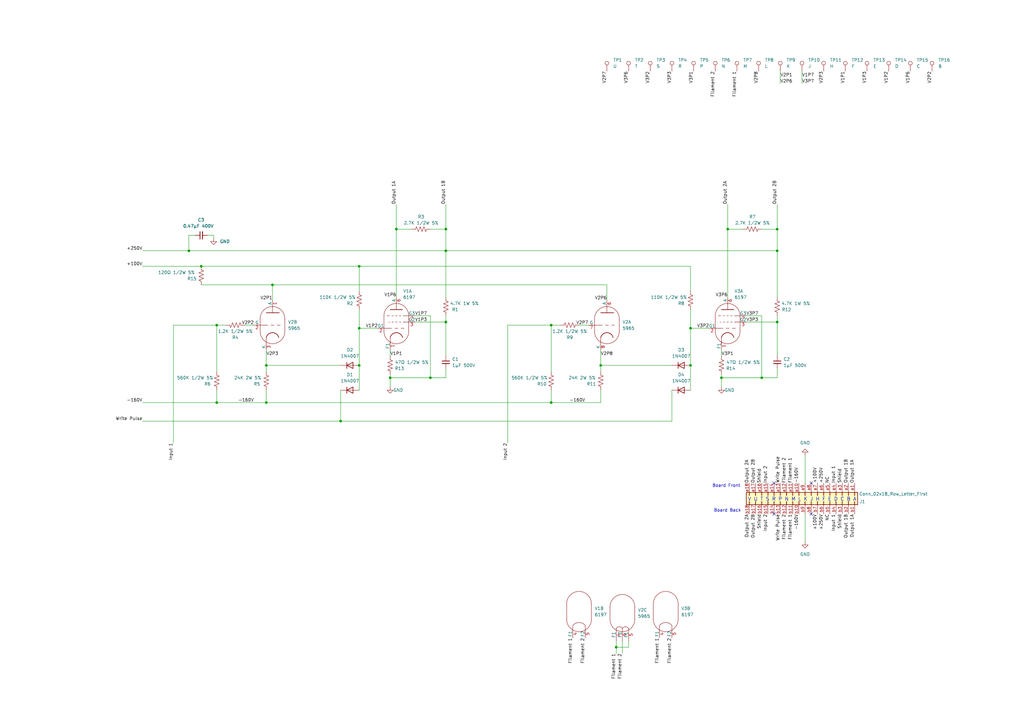
<source format=kicad_sch>
(kicad_sch (version 20211123) (generator eeschema)
  (paper "A3")
  (lib_symbols
    (symbol "Connector:TestPoint" (pin_numbers hide) (pin_names (offset 0.762) hide)
      (property "Reference" "TP" (at 0 6.858 0))
      (property "Value" "TestPoint" (at 0 5.08 0))
      (symbol "TestPoint_0_1"
        (circle (center 0 3.302) (radius 0.762))
      )
      (symbol "TestPoint_1_1"
        (pin passive line (at 0 0 90) (length 2.54) (name "1") (number "1"))
      )
    )
    (symbol "Connector_Generic:Conn_02x18_Row_Letter_First" (pin_names (offset 1.016) hide)
      (property "Reference" "J" (at 1.27 22.86 0))
      (property "Value" "Conn_02x18_Row_Letter_First" (at 1.27 -25.4 0))
      (symbol "Conn_02x18_Row_Letter_First_1_1"
        (rectangle (start -1.27 -22.733) (end 0 -22.987) (stroke (width 0.1524)))
        (rectangle (start -1.27 -20.193) (end 0 -20.447) (stroke (width 0.1524)))
        (rectangle (start -1.27 -17.653) (end 0 -17.907) (stroke (width 0.1524)))
        (rectangle (start -1.27 -15.113) (end 0 -15.367) (stroke (width 0.1524)))
        (rectangle (start -1.27 -12.573) (end 0 -12.827) (stroke (width 0.1524)))
        (rectangle (start -1.27 -10.033) (end 0 -10.287) (stroke (width 0.1524)))
        (rectangle (start -1.27 -7.493) (end 0 -7.747) (stroke (width 0.1524)))
        (rectangle (start -1.27 -4.953) (end 0 -5.207) (stroke (width 0.1524)))
        (rectangle (start -1.27 -2.413) (end 0 -2.667) (stroke (width 0.1524)))
        (rectangle (start -1.27 0.127) (end 0 -0.127) (stroke (width 0.1524)))
        (rectangle (start -1.27 2.667) (end 0 2.413) (stroke (width 0.1524)))
        (rectangle (start -1.27 5.207) (end 0 4.953) (stroke (width 0.1524)))
        (rectangle (start -1.27 7.747) (end 0 7.493) (stroke (width 0.1524)))
        (rectangle (start -1.27 10.287) (end 0 10.033) (stroke (width 0.1524)))
        (rectangle (start -1.27 12.827) (end 0 12.573) (stroke (width 0.1524)))
        (rectangle (start -1.27 15.367) (end 0 15.113) (stroke (width 0.1524)))
        (rectangle (start -1.27 17.907) (end 0 17.653) (stroke (width 0.1524)))
        (rectangle (start -1.27 20.447) (end 0 20.193) (stroke (width 0.1524)))
        (rectangle (start -1.27 21.59) (end 3.81 -24.13) (stroke (width 0.254)) (fill (type background)))
        (rectangle (start 3.81 -22.733) (end 2.54 -22.987) (stroke (width 0.1524)))
        (rectangle (start 3.81 -20.193) (end 2.54 -20.447) (stroke (width 0.1524)))
        (rectangle (start 3.81 -17.653) (end 2.54 -17.907) (stroke (width 0.1524)))
        (rectangle (start 3.81 -15.113) (end 2.54 -15.367) (stroke (width 0.1524)))
        (rectangle (start 3.81 -12.573) (end 2.54 -12.827) (stroke (width 0.1524)))
        (rectangle (start 3.81 -10.033) (end 2.54 -10.287) (stroke (width 0.1524)))
        (rectangle (start 3.81 -7.493) (end 2.54 -7.747) (stroke (width 0.1524)))
        (rectangle (start 3.81 -4.953) (end 2.54 -5.207) (stroke (width 0.1524)))
        (rectangle (start 3.81 -2.413) (end 2.54 -2.667) (stroke (width 0.1524)))
        (rectangle (start 3.81 0.127) (end 2.54 -0.127) (stroke (width 0.1524)))
        (rectangle (start 3.81 2.667) (end 2.54 2.413) (stroke (width 0.1524)))
        (rectangle (start 3.81 5.207) (end 2.54 4.953) (stroke (width 0.1524)))
        (rectangle (start 3.81 7.747) (end 2.54 7.493) (stroke (width 0.1524)))
        (rectangle (start 3.81 10.287) (end 2.54 10.033) (stroke (width 0.1524)))
        (rectangle (start 3.81 12.827) (end 2.54 12.573) (stroke (width 0.1524)))
        (rectangle (start 3.81 15.367) (end 2.54 15.113) (stroke (width 0.1524)))
        (rectangle (start 3.81 17.907) (end 2.54 17.653) (stroke (width 0.1524)))
        (rectangle (start 3.81 20.447) (end 2.54 20.193) (stroke (width 0.1524)))
        (pin passive line (at -5.08 20.32 0) (length 3.81) (name "Pin_a1") (number "a1"))
        (pin passive line (at -5.08 -2.54 0) (length 3.81) (name "Pin_a10") (number "a10"))
        (pin passive line (at -5.08 -5.08 0) (length 3.81) (name "Pin_a11") (number "a11"))
        (pin passive line (at -5.08 -7.62 0) (length 3.81) (name "Pin_a12") (number "a12"))
        (pin passive line (at -5.08 -10.16 0) (length 3.81) (name "Pin_a13") (number "a13"))
        (pin passive line (at -5.08 -12.7 0) (length 3.81) (name "Pin_a14") (number "a14"))
        (pin passive line (at -5.08 -15.24 0) (length 3.81) (name "Pin_a15") (number "a15"))
        (pin passive line (at -5.08 -17.78 0) (length 3.81) (name "Pin_a16") (number "a16"))
        (pin passive line (at -5.08 -20.32 0) (length 3.81) (name "Pin_a17") (number "a17"))
        (pin passive line (at -5.08 -22.86 0) (length 3.81) (name "Pin_a18") (number "a18"))
        (pin passive line (at -5.08 17.78 0) (length 3.81) (name "Pin_a2") (number "a2"))
        (pin passive line (at -5.08 15.24 0) (length 3.81) (name "Pin_a3") (number "a3"))
        (pin passive line (at -5.08 12.7 0) (length 3.81) (name "Pin_a4") (number "a4"))
        (pin passive line (at -5.08 10.16 0) (length 3.81) (name "Pin_a5") (number "a5"))
        (pin passive line (at -5.08 7.62 0) (length 3.81) (name "Pin_a6") (number "a6"))
        (pin passive line (at -5.08 5.08 0) (length 3.81) (name "Pin_a7") (number "a7"))
        (pin passive line (at -5.08 2.54 0) (length 3.81) (name "Pin_a8") (number "a8"))
        (pin passive line (at -5.08 0 0) (length 3.81) (name "Pin_a9") (number "a9"))
        (pin passive line (at 7.62 20.32 180) (length 3.81) (name "Pin_b1") (number "b1"))
        (pin passive line (at 7.62 -2.54 180) (length 3.81) (name "Pin_b10") (number "b10"))
        (pin passive line (at 7.62 -5.08 180) (length 3.81) (name "Pin_b11") (number "b11"))
        (pin passive line (at 7.62 -7.62 180) (length 3.81) (name "Pin_b12") (number "b12"))
        (pin passive line (at 7.62 -10.16 180) (length 3.81) (name "Pin_b13") (number "b13"))
        (pin passive line (at 7.62 -12.7 180) (length 3.81) (name "Pin_b14") (number "b14"))
        (pin passive line (at 7.62 -15.24 180) (length 3.81) (name "Pin_b15") (number "b15"))
        (pin passive line (at 7.62 -17.78 180) (length 3.81) (name "Pin_b16") (number "b16"))
        (pin passive line (at 7.62 -20.32 180) (length 3.81) (name "Pin_b17") (number "b17"))
        (pin passive line (at 7.62 -22.86 180) (length 3.81) (name "Pin_b18") (number "b18"))
        (pin passive line (at 7.62 17.78 180) (length 3.81) (name "Pin_b2") (number "b2"))
        (pin passive line (at 7.62 15.24 180) (length 3.81) (name "Pin_b3") (number "b3"))
        (pin passive line (at 7.62 12.7 180) (length 3.81) (name "Pin_b4") (number "b4"))
        (pin passive line (at 7.62 10.16 180) (length 3.81) (name "Pin_b5") (number "b5"))
        (pin passive line (at 7.62 7.62 180) (length 3.81) (name "Pin_b6") (number "b6"))
        (pin passive line (at 7.62 5.08 180) (length 3.81) (name "Pin_b7") (number "b7"))
        (pin passive line (at 7.62 2.54 180) (length 3.81) (name "Pin_b8") (number "b8"))
        (pin passive line (at 7.62 0 180) (length 3.81) (name "Pin_b9") (number "b9"))
      )
    )
    (symbol "Device:C_Small" (pin_numbers hide) (pin_names (offset 0.254) hide)
      (property "Reference" "C" (at 0.254 1.778 0))
      (property "Value" "C_Small" (at 0.254 -2.032 0))
      (symbol "C_Small_0_1"
        (polyline (pts (xy -1.524 -0.508) (xy 1.524 -0.508)) (stroke (width 0.3302)))
        (polyline (pts (xy -1.524 0.508) (xy 1.524 0.508)) (stroke (width 0.3048)))
      )
      (symbol "C_Small_1_1"
        (pin passive line (at 0 2.54 270) (length 2.032) (name "~") (number "1"))
        (pin passive line (at 0 -2.54 90) (length 2.032) (name "~") (number "2"))
      )
    )
    (symbol "Device:R_US" (pin_numbers hide) (pin_names (offset 0))
      (property "Reference" "R" (at 2.54 0 90))
      (property "Value" "R_US" (at -2.54 0 90))
      (symbol "R_US_0_1"
        (polyline (pts (xy 0 -2.286) (xy 0 -2.54)))
        (polyline (pts (xy 0 2.286) (xy 0 2.54)))
        (polyline (pts (xy 0 -0.762) (xy 1.016 -1.143) (xy 0 -1.524) (xy -1.016 -1.905) (xy 0 -2.286)))
        (polyline (pts (xy 0 0.762) (xy 1.016 0.381) (xy 0 0) (xy -1.016 -0.381) (xy 0 -0.762)))
        (polyline (pts (xy 0 2.286) (xy 1.016 1.905) (xy 0 1.524) (xy -1.016 1.143) (xy 0 0.762)))
      )
      (symbol "R_US_1_1"
        (pin passive line (at 0 3.81 270) (length 1.27) (name "~") (number "1"))
        (pin passive line (at 0 -3.81 90) (length 1.27) (name "~") (number "2"))
      )
    )
    (symbol "Diode:1N4007" (pin_numbers hide) (pin_names (offset 1.016) hide)
      (property "Reference" "D" (at 0 2.54 0))
      (property "Value" "1N4007" (at 0 -2.54 0))
      (symbol "1N4007_0_1"
        (polyline (pts (xy -1.27 1.27) (xy -1.27 -1.27)) (stroke (width 0.254)))
        (polyline (pts (xy 1.27 0) (xy -1.27 0)))
        (polyline (pts (xy 1.27 1.27) (xy 1.27 -1.27) (xy -1.27 0) (xy 1.27 1.27)) (stroke (width 0.254)))
      )
      (symbol "1N4007_1_1"
        (pin passive line (at -3.81 0 0) (length 2.54) (name "K") (number "1"))
        (pin passive line (at 3.81 0 180) (length 2.54) (name "A") (number "2"))
      )
    )
    (symbol "EF85_1" (pin_names (offset 0))
      (property "Reference" "U?" (at 2.7687 13.97 0))
      (property "Value" "EF85" (at 2.7687 11.43 0))
      (symbol "EF85_1_0_1"
        (arc (start -5.08 -2.54) (mid 0 -7.62) (end 5.08 -2.54))
        (polyline (pts (xy -5.08 3.81) (xy -5.08 -2.54) (xy -5.08 -2.54)))
        (polyline (pts (xy 5.08 -2.54) (xy 5.08 3.81) (xy 5.08 3.81)))
        (arc (start 5.08 3.81) (mid 0 8.89) (end -5.08 3.81))
      )
      (symbol "EF85_1_1_0"
        (polyline (pts (xy -5.08 -1.27) (xy -3.175 -1.27)))
        (polyline (pts (xy -2.54 -5.08) (xy -2.54 -7.62)))
        (polyline (pts (xy -0.635 -1.27) (xy 0.635 -1.27)) (stroke (width 0.1524)))
        (polyline (pts (xy 0 6.35) (xy 0 8.89)))
        (polyline (pts (xy 1.905 -1.27) (xy 3.175 -1.27)) (stroke (width 0.1524)))
        (polyline (pts (xy 3.175 1.27) (xy 5.08 1.27)))
        (polyline (pts (xy 3.8862 3.81) (xy 5.08 3.81)))
      )
      (symbol "EF85_1_1_1"
        (polyline (pts (xy -3.81 3.81) (xy -2.794 3.81)) (stroke (width 0.1524)))
        (polyline (pts (xy -3.175 1.27) (xy -2.794 1.27)) (stroke (width 0.1524)))
        (polyline (pts (xy -1.905 -1.27) (xy -3.175 -1.27)) (stroke (width 0.1524)))
        (polyline (pts (xy -1.8542 1.27) (xy -1.2192 1.27)) (stroke (width 0.1524)))
        (polyline (pts (xy -1.8542 3.81) (xy -1.2192 3.81)) (stroke (width 0.1524)))
        (polyline (pts (xy -0.3302 1.27) (xy 0.3302 1.27)) (stroke (width 0.1524)))
        (polyline (pts (xy -0.3302 3.81) (xy 0.3302 3.81)) (stroke (width 0.1524)))
        (polyline (pts (xy 1.2192 1.27) (xy 1.8542 1.27)) (stroke (width 0.1524)))
        (polyline (pts (xy 1.2192 3.81) (xy 1.8542 3.81)) (stroke (width 0.1524)))
        (polyline (pts (xy 2.794 1.27) (xy 3.175 1.27)) (stroke (width 0.1524)))
        (polyline (pts (xy 3.81 3.81) (xy 2.794 3.81)) (stroke (width 0.1524)))
        (polyline (pts (xy -2.54 6.35) (xy 2.54 6.35) (xy 2.54 6.35)) (stroke (width 0.254)))
        (arc (start 2.54 -5.08) (mid 0 -3.0968) (end -2.54 -5.08) (stroke (width 0.254)))
        (pin power_in line (at -2.54 -10.16 90) (length 3.302) (name "F1") (number "1"))
        (pin input line (at -7.62 -1.27 0) (length 2.54) (name "G1") (number "2"))
        (pin input line (at 7.62 1.27 180) (length 2.54) (name "G2") (number "3"))
        (pin output line (at 0 11.43 270) (length 2.54) (name "A") (number "6"))
        (pin input line (at 7.62 3.81 180) (length 2.54) (name "G3") (number "7"))
      )
      (symbol "EF85_1_2_1"
        (polyline (pts (xy -2.54 -6.858) (xy -2.54 -5.08) (xy -2.54 -5.08)))
        (polyline (pts (xy 2.54 -6.858) (xy 2.54 -5.08) (xy 2.54 -5.08)))
        (arc (start 2.54 -5.08) (mid 0 -3.8592) (end -2.54 -5.08))
        (pin power_in line (at -2.54 -10.16 90) (length 3.302) (name "F1") (number "4"))
        (pin power_in line (at 2.54 -10.16 90) (length 3.302) (name "F2") (number "5"))
      )
    )
    (symbol "Valve:ECC81" (pin_names (offset 0))
      (property "Reference" "U" (at 3.302 7.874 0))
      (property "Value" "ECC81" (at 8.89 -7.62 0))
      (symbol "ECC81_0_1"
        (arc (start -5.08 -2.54) (mid 0 -7.62) (end 5.08 -2.54))
        (polyline (pts (xy 5.08 2.54) (xy 5.08 -2.54)))
        (polyline (pts (xy -5.08 2.54) (xy -5.08 -2.54) (xy -5.08 -2.54)))
        (arc (start 5.08 2.54) (mid 0 7.62) (end -5.08 2.54))
      )
      (symbol "ECC81_1_0"
        (polyline (pts (xy -2.54 -5.08) (xy -2.54 -7.62)))
        (polyline (pts (xy 0 5.08) (xy 0 7.62)))
      )
      (symbol "ECC81_1_1"
        (polyline (pts (xy -5.08 0) (xy -3.175 0)))
        (polyline (pts (xy -1.905 0) (xy -3.175 0)) (stroke (width 0.1524)))
        (polyline (pts (xy -0.635 0) (xy 0.635 0)) (stroke (width 0.1524)))
        (polyline (pts (xy 1.905 0) (xy 3.175 0)) (stroke (width 0.1524)))
        (polyline (pts (xy -2.54 5.08) (xy 2.794 5.08) (xy 2.794 5.08)) (stroke (width 0.254)))
        (arc (start 2.54 -5.08) (mid 0 -3.0968) (end -2.54 -5.08) (stroke (width 0.254)))
        (pin output line (at 0 10.16 270) (length 2.54) (name "A") (number "6"))
        (pin input line (at -7.62 0 0) (length 2.54) (name "G") (number "7"))
        (pin bidirectional line (at -2.54 -10.16 90) (length 2.54) (name "K") (number "8"))
      )
      (symbol "ECC81_2_0"
        (polyline (pts (xy -2.54 -5.08) (xy -2.54 -7.62)))
        (polyline (pts (xy 0 5.08) (xy 0 7.62)))
      )
      (symbol "ECC81_2_1"
        (polyline (pts (xy -5.08 0) (xy -3.175 0)))
        (polyline (pts (xy -1.905 0) (xy -3.175 0)) (stroke (width 0.1524)))
        (polyline (pts (xy -0.635 0) (xy 0.635 0)) (stroke (width 0.1524)))
        (polyline (pts (xy 1.905 0) (xy 3.175 0)) (stroke (width 0.1524)))
        (polyline (pts (xy -2.54 5.08) (xy 2.794 5.08) (xy 2.794 5.08)) (stroke (width 0.254)))
        (arc (start 2.54 -5.08) (mid 0 -3.0968) (end -2.54 -5.08) (stroke (width 0.254)))
        (pin output line (at 0 10.16 270) (length 2.54) (name "A") (number "1"))
        (pin input line (at -7.62 0 0) (length 2.54) (name "G") (number "2"))
        (pin bidirectional line (at -2.54 -10.16 90) (length 2.54) (name "K") (number "3"))
      )
      (symbol "ECC81_3_1"
        (arc (start 0 -6.35) (mid -1.27 -5.5651) (end -2.54 -6.35))
        (arc (start 2.54 -6.35) (mid 1.27 -5.5651) (end 0 -6.35))
        (pin power_in line (at -2.54 -11.43 90) (length 5.08) (name "F1") (number "4"))
        (pin power_in line (at 2.54 -11.43 90) (length 5.08) (name "F1") (number "5"))
        (pin power_in line (at 0 -11.43 90) (length 5.08) (name "F2") (number "9"))
      )
    )
    (symbol "Valve:EF85" (pin_names (offset 0))
      (property "Reference" "U" (at 3.556 8.89 0))
      (property "Value" "EF85" (at 5.08 -8.89 0))
      (symbol "EF85_0_1"
        (arc (start -5.08 -2.54) (mid 0 -7.62) (end 5.08 -2.54))
        (polyline (pts (xy -5.08 3.81) (xy -5.08 -2.54) (xy -5.08 -2.54)))
        (polyline (pts (xy 5.08 -2.54) (xy 5.08 3.81) (xy 5.08 3.81)))
        (arc (start 5.08 3.81) (mid 0 8.89) (end -5.08 3.81))
      )
      (symbol "EF85_1_0"
        (polyline (pts (xy -5.08 -1.27) (xy -3.175 -1.27)))
        (polyline (pts (xy -2.54 -5.08) (xy -2.54 -7.62)))
        (polyline (pts (xy -0.635 -1.27) (xy 0.635 -1.27)) (stroke (width 0.1524)))
        (polyline (pts (xy 0 6.35) (xy 0 8.89)))
        (polyline (pts (xy 1.905 -1.27) (xy 3.175 -1.27)) (stroke (width 0.1524)))
        (polyline (pts (xy 3.175 1.27) (xy 5.08 1.27)))
        (polyline (pts (xy 3.8862 3.81) (xy 5.08 3.81)))
        (polyline (pts (xy 4.318 -3.7846) (xy 4.3434 -3.81)))
        (polyline (pts (xy 4.9276 -3.81) (xy 4.3434 -3.81)))
      )
      (symbol "EF85_1_1"
        (polyline (pts (xy -4.445 2.54) (xy -3.175 1.27)) (stroke (width 0.1524)))
        (polyline (pts (xy -3.81 3.81) (xy -2.794 3.81)) (stroke (width 0.1524)))
        (polyline (pts (xy -3.81 5.08) (xy -3.81 3.81)) (stroke (width 0.1524)))
        (polyline (pts (xy -3.175 1.27) (xy -2.794 1.27)) (stroke (width 0.1524)))
        (polyline (pts (xy -1.905 -1.27) (xy -3.175 -1.27)) (stroke (width 0.1524)))
        (polyline (pts (xy -1.8542 1.27) (xy -1.2192 1.27)) (stroke (width 0.1524)))
        (polyline (pts (xy -1.8542 3.81) (xy -1.2192 3.81)) (stroke (width 0.1524)))
        (polyline (pts (xy -0.3302 1.27) (xy 0.3302 1.27)) (stroke (width 0.1524)))
        (polyline (pts (xy -0.3302 3.81) (xy 0.3302 3.81)) (stroke (width 0.1524)))
        (polyline (pts (xy 1.2192 1.27) (xy 1.8542 1.27)) (stroke (width 0.1524)))
        (polyline (pts (xy 1.2192 3.81) (xy 1.8542 3.81)) (stroke (width 0.1524)))
        (polyline (pts (xy 2.794 1.27) (xy 3.175 1.27)) (stroke (width 0.1524)))
        (polyline (pts (xy 3.81 3.81) (xy 2.794 3.81)) (stroke (width 0.1524)))
        (polyline (pts (xy 3.81 5.08) (xy 3.81 3.81)) (stroke (width 0.1524)))
        (polyline (pts (xy 4.445 2.54) (xy 3.175 1.27)) (stroke (width 0.1524)))
        (polyline (pts (xy -2.54 6.35) (xy 2.54 6.35) (xy 2.54 6.35)) (stroke (width 0.254)))
        (arc (start 2.54 -5.08) (mid 0 -3.0968) (end -2.54 -5.08) (stroke (width 0.254)))
        (arc (start 3.4544 -5.334) (mid 4.1685 -4.1668) (end 4.5212 -2.8448) (stroke (width 0.254)))
        (pin input line (at -7.62 -1.27 0) (length 2.54) (name "G1") (number "2"))
        (pin power_in line (at -2.54 -10.16 90) (length 3.302) (name "F1") (number "3"))
        (pin input line (at 7.62 -3.81 180) (length 2.54) (name "S") (number "6"))
        (pin output line (at 0 11.43 270) (length 2.54) (name "A") (number "7"))
        (pin input line (at 7.62 1.27 180) (length 2.54) (name "G2") (number "8"))
        (pin input line (at 7.62 3.81 180) (length 2.54) (name "G3") (number "9"))
      )
      (symbol "EF85_2_1"
        (polyline (pts (xy -2.54 -6.858) (xy -2.54 -5.08) (xy -2.54 -5.08)))
        (polyline (pts (xy 2.54 -6.858) (xy 2.54 -5.08) (xy 2.54 -5.08)))
        (arc (start 2.54 -5.08) (mid 0 -3.8592) (end -2.54 -5.08))
        (pin power_in line (at -2.54 -10.16 90) (length 3.302) (name "F1") (number "4"))
        (pin power_in line (at 2.54 -10.16 90) (length 3.302) (name "F2") (number "5"))
      )
    )
    (symbol "power:GND" (power) (pin_names (offset 0))
      (property "Value" "GND" (at 0 -3.81 0))
      (symbol "GND_0_1"
        (polyline (pts (xy 0 0) (xy 0 -1.27) (xy 1.27 -1.27) (xy 0 -2.54) (xy -1.27 -1.27) (xy 0 -1.27)))
      )
      (symbol "GND_1_1"
        (pin power_in line (at 0 0 270) (length 0) hide (name "GND") (number "1"))
      )
    )
  )
  (junction (at 182.88 102.87))
  (junction (at 77.47 102.87))
  (junction (at 109.22 165.1))
  (junction (at 283.21 134.62))
  (junction (at 226.06 133.35))
  (junction (at 298.45 93.98))
  (junction (at 139.7 172.72))
  (junction (at 226.06 165.1))
  (junction (at 182.88 93.98))
  (junction (at 246.38 149.86))
  (junction (at 318.77 102.87))
  (junction (at 182.88 132.08))
  (junction (at 176.53 154.94))
  (junction (at 88.9 165.1))
  (junction (at 111.76 116.84))
  (junction (at 318.77 132.08))
  (junction (at 295.91 154.94))
  (junction (at 147.32 109.22))
  (junction (at 82.55 109.22))
  (junction (at 160.02 154.94))
  (junction (at 88.9 133.35))
  (junction (at 312.42 154.94))
  (junction (at 147.32 149.86))
  (junction (at 252.73 265.43))
  (junction (at 109.22 149.86))
  (junction (at 283.21 149.86))
  (junction (at 162.56 93.98))
  (junction (at 318.77 93.98))
  (junction (at 147.32 134.62))
  (no_connect (at 332.74 210.82))
  (no_connect (at 332.74 198.12))
  (no_connect (at 317.5 210.82))
  (no_connect (at 317.5 198.12))
  (wire (pts (xy 147.32 109.22) (xy 82.55 109.22)))
  (wire (pts (xy 318.77 83.82) (xy 318.77 93.98)))
  (wire (pts (xy 58.42 172.72) (xy 139.7 172.72)))
  (wire (pts (xy 109.22 165.1) (xy 109.22 160.02)))
  (wire (pts (xy 88.9 133.35) (xy 92.71 133.35)))
  (wire (pts (xy 257.81 265.43) (xy 257.81 262.89)))
  (wire (pts (xy 162.56 83.82) (xy 162.56 93.98)))
  (wire (pts (xy 252.73 265.43) (xy 257.81 265.43)))
  (wire (pts (xy 88.9 133.35) (xy 71.12 133.35)))
  (wire (pts (xy 295.91 143.51) (xy 295.91 146.05)))
  (wire (pts (xy 154.94 134.62) (xy 147.32 134.62)))
  (wire (pts (xy 295.91 153.67) (xy 295.91 154.94)))
  (wire (pts (xy 77.47 102.87) (xy 182.88 102.87)))
  (wire (pts (xy 226.06 160.02) (xy 226.06 165.1)))
  (wire (pts (xy 255.27 262.89) (xy 255.27 267.97)))
  (wire (pts (xy 109.22 143.51) (xy 109.22 149.86)))
  (wire (pts (xy 85.09 96.52) (xy 87.63 96.52)))
  (wire (pts (xy 162.56 93.98) (xy 162.56 121.92)))
  (wire (pts (xy 295.91 154.94) (xy 312.42 154.94)))
  (wire (pts (xy 139.7 149.86) (xy 109.22 149.86)))
  (wire (pts (xy 208.28 133.35) (xy 226.06 133.35)))
  (wire (pts (xy 182.88 154.94) (xy 176.53 154.94)))
  (wire (pts (xy 312.42 154.94) (xy 318.77 154.94)))
  (wire (pts (xy 82.55 116.84) (xy 111.76 116.84)))
  (wire (pts (xy 109.22 165.1) (xy 226.06 165.1)))
  (wire (pts (xy 320.04 29.21) (xy 320.04 34.29)))
  (wire (pts (xy 139.7 160.02) (xy 139.7 172.72)))
  (wire (pts (xy 290.83 134.62) (xy 283.21 134.62)))
  (wire (pts (xy 111.76 116.84) (xy 248.92 116.84)))
  (wire (pts (xy 147.32 134.62) (xy 147.32 149.86)))
  (wire (pts (xy 318.77 102.87) (xy 318.77 121.92)))
  (wire (pts (xy 162.56 93.98) (xy 168.91 93.98)))
  (wire (pts (xy 176.53 154.94) (xy 176.53 129.54)))
  (wire (pts (xy 77.47 96.52) (xy 80.01 96.52)))
  (wire (pts (xy 295.91 154.94) (xy 295.91 158.75)))
  (wire (pts (xy 330.2 222.25) (xy 330.2 210.82)))
  (wire (pts (xy 252.73 265.43) (xy 252.73 267.97)))
  (wire (pts (xy 58.42 165.1) (xy 88.9 165.1)))
  (wire (pts (xy 246.38 149.86) (xy 246.38 152.4)))
  (wire (pts (xy 88.9 160.02) (xy 88.9 165.1)))
  (wire (pts (xy 147.32 127) (xy 147.32 134.62)))
  (wire (pts (xy 160.02 153.67) (xy 160.02 154.94)))
  (wire (pts (xy 182.88 83.82) (xy 182.88 93.98)))
  (wire (pts (xy 283.21 149.86) (xy 283.21 160.02)))
  (wire (pts (xy 71.12 133.35) (xy 71.12 181.61)))
  (wire (pts (xy 58.42 102.87) (xy 77.47 102.87)))
  (wire (pts (xy 283.21 109.22) (xy 283.21 119.38)))
  (wire (pts (xy 111.76 116.84) (xy 111.76 123.19)))
  (wire (pts (xy 275.59 149.86) (xy 246.38 149.86)))
  (wire (pts (xy 312.42 154.94) (xy 312.42 129.54)))
  (wire (pts (xy 182.88 132.08) (xy 182.88 146.05)))
  (wire (pts (xy 252.73 262.89) (xy 252.73 265.43)))
  (wire (pts (xy 160.02 154.94) (xy 160.02 158.75)))
  (wire (pts (xy 176.53 93.98) (xy 182.88 93.98)))
  (wire (pts (xy 182.88 129.54) (xy 182.88 132.08)))
  (wire (pts (xy 182.88 151.13) (xy 182.88 154.94)))
  (wire (pts (xy 58.42 109.22) (xy 82.55 109.22)))
  (wire (pts (xy 312.42 129.54) (xy 306.07 129.54)))
  (wire (pts (xy 275.59 160.02) (xy 275.59 172.72)))
  (wire (pts (xy 182.88 93.98) (xy 182.88 102.87)))
  (wire (pts (xy 109.22 149.86) (xy 109.22 152.4)))
  (wire (pts (xy 318.77 132.08) (xy 318.77 146.05)))
  (wire (pts (xy 306.07 132.08) (xy 318.77 132.08)))
  (wire (pts (xy 170.18 132.08) (xy 182.88 132.08)))
  (wire (pts (xy 147.32 149.86) (xy 147.32 160.02)))
  (wire (pts (xy 298.45 93.98) (xy 304.8 93.98)))
  (wire (pts (xy 88.9 165.1) (xy 109.22 165.1)))
  (wire (pts (xy 182.88 102.87) (xy 318.77 102.87)))
  (wire (pts (xy 160.02 143.51) (xy 160.02 146.05)))
  (wire (pts (xy 182.88 102.87) (xy 182.88 121.92)))
  (wire (pts (xy 318.77 132.08) (xy 318.77 129.54)))
  (wire (pts (xy 298.45 83.82) (xy 298.45 93.98)))
  (wire (pts (xy 248.92 116.84) (xy 248.92 123.19)))
  (wire (pts (xy 139.7 172.72) (xy 275.59 172.72)))
  (wire (pts (xy 283.21 134.62) (xy 283.21 149.86)))
  (wire (pts (xy 246.38 143.51) (xy 246.38 149.86)))
  (wire (pts (xy 328.93 29.21) (xy 328.93 34.29)))
  (wire (pts (xy 176.53 129.54) (xy 170.18 129.54)))
  (wire (pts (xy 88.9 152.4) (xy 88.9 133.35)))
  (wire (pts (xy 226.06 152.4) (xy 226.06 133.35)))
  (wire (pts (xy 246.38 165.1) (xy 246.38 160.02)))
  (wire (pts (xy 330.2 186.69) (xy 330.2 198.12)))
  (wire (pts (xy 237.49 133.35) (xy 241.3 133.35)))
  (wire (pts (xy 160.02 154.94) (xy 176.53 154.94)))
  (wire (pts (xy 147.32 119.38) (xy 147.32 109.22)))
  (wire (pts (xy 318.77 93.98) (xy 318.77 102.87)))
  (wire (pts (xy 312.42 93.98) (xy 318.77 93.98)))
  (wire (pts (xy 208.28 181.61) (xy 208.28 133.35)))
  (wire (pts (xy 87.63 96.52) (xy 87.63 97.79)))
  (wire (pts (xy 104.14 133.35) (xy 100.33 133.35)))
  (wire (pts (xy 283.21 127) (xy 283.21 134.62)))
  (wire (pts (xy 318.77 154.94) (xy 318.77 151.13)))
  (wire (pts (xy 77.47 102.87) (xy 77.47 96.52)))
  (wire (pts (xy 226.06 133.35) (xy 229.87 133.35)))
  (wire (pts (xy 226.06 165.1) (xy 246.38 165.1)))
  (wire (pts (xy 298.45 93.98) (xy 298.45 121.92)))
  (wire (pts (xy 147.32 109.22) (xy 283.21 109.22)))
  (text "Board Back" (at 292.735 210.185 0) (effects (font (size 1.27 1.27)) (justify left bottom)))
  (text "Board Front" (at 292.1 200.025 0) (effects (font (size 1.27 1.27)) (justify left bottom)))
  (text "V U T S R P N M L K J H F E D C B A" (at 306.705 205.74 0) (effects (font (size 1.48 1.48)) (justify left bottom)))
  (label "Shield" (at 312.42 198.12 90))
  (label "Filament 1" (at 302.26 29.21 270))
  (label "V2P7" (at 241.3 133.35 180))
  (label "V1P2" (at 364.49 29.21 270))
  (label "-160V" (at 58.42 165.1 180))
  (label "V1P6" (at 162.56 121.92 180))
  (label "V1P7" (at 170.18 129.54 0))
  (label "V3P6" (at 298.45 121.92 180))
  (label "-160V" (at 327.66 210.82 270))
  (label "Filament 2" (at 255.27 267.97 270))
  (label "Shield" (at 312.42 210.82 270))
  (label "+250V" (at 337.82 198.12 90))
  (label "V3P7" (at 306.07 129.54 0))
  (label "Shield" (at 345.44 198.12 90))
  (label "V3P7" (at 328.93 34.29 0))
  (label "Output 1A" (at 350.52 198.12 90))
  (label "Filament 1" (at 234.95 261.62 270))
  (label "Output 2A" (at 307.34 198.12 90))
  (label "V1P1" (at 346.71 29.21 270))
  (label "+250V" (at 337.82 210.82 270))
  (label "V2P6" (at 248.92 123.19 180))
  (label "Output 2A" (at 298.45 83.82 90))
  (label "Output 2B" (at 318.77 83.82 90))
  (label "V1P3" (at 355.6 29.21 270))
  (label "Filament 1" (at 252.73 267.97 270))
  (label "Filament 2" (at 240.03 261.62 270))
  (label "V2P8" (at 246.38 146.05 0))
  (label "V2P3" (at 109.22 146.05 0))
  (label "V2P2" (at 382.27 29.21 270))
  (label "V3P3" (at 275.59 29.21 270))
  (label "V1P6" (at 373.38 29.21 270))
  (label "Filament 2" (at 322.58 210.82 270))
  (label "-160V" (at 240.03 165.1 180))
  (label "V2P1" (at 111.76 123.19 180))
  (label "Write Pulse" (at 320.04 210.82 270))
  (label "-160V" (at 104.14 165.1 180))
  (label "V1P3" (at 170.18 132.08 0))
  (label "Filament 1" (at 325.12 198.12 90))
  (label "Input 2" (at 314.96 210.82 270))
  (label "Output 2B" (at 309.88 210.82 270))
  (label "+100V" (at 58.42 109.22 180))
  (label "Filament 1" (at 325.12 210.82 270))
  (label "V3P1" (at 295.91 146.05 0))
  (label "Output 2A" (at 307.34 210.82 270))
  (label "Input 2" (at 208.28 181.61 270))
  (label "V1P1" (at 160.02 146.05 0))
  (label "V2P1" (at 320.04 31.75 0))
  (label "NC" (at 340.36 210.82 270))
  (label "V2P6" (at 320.04 34.29 0))
  (label "Filament 1" (at 270.51 261.62 270))
  (label "-160V" (at 327.66 198.12 90))
  (label "V2P8" (at 311.15 29.21 270))
  (label "V3P3" (at 306.07 132.08 0))
  (label "Input 1" (at 71.12 181.61 270))
  (label "Filament 2" (at 293.37 29.21 270))
  (label "+100V" (at 335.28 210.82 270))
  (label "Filament 2" (at 322.58 198.12 90))
  (label "Output 1A" (at 350.52 210.82 270))
  (label "Output 2B" (at 309.88 198.12 90))
  (label "V2P2" (at 104.14 133.35 180))
  (label "V3P2" (at 266.7 29.21 270))
  (label "Shield" (at 345.44 210.82 270))
  (label "Input 1" (at 342.9 198.12 90))
  (label "Input 1" (at 342.9 210.82 270))
  (label "Output 1B" (at 182.88 83.82 90))
  (label "Write Pulse" (at 320.04 198.12 90))
  (label "Input 2" (at 314.96 198.12 90))
  (label "Output 1B" (at 347.98 198.12 90))
  (label "V2P3" (at 337.82 29.21 270))
  (label "+250V" (at 58.42 102.87 180))
  (label "Write Pulse" (at 58.42 172.72 180))
  (label "V1P2" (at 154.94 134.62 180))
  (label "V3P1" (at 284.48 29.21 270))
  (label "NC" (at 340.36 198.12 90))
  (label "Filament 2" (at 275.59 261.62 270))
  (label "V3P6" (at 257.81 29.21 270))
  (label "Output 1A" (at 162.56 83.82 90))
  (label "V3P2" (at 290.83 134.62 180))
  (label "+100V" (at 335.28 198.12 90))
  (label "V1P7" (at 328.93 31.75 0))
  (label "Output 1B" (at 347.98 210.82 270))
  (label "V2P7" (at 248.92 29.21 270))
  (symbol (lib_id "Connector:TestPoint") (at 328.93 29.21 0) (mirror y) (unit 1)
    (property "Reference" "TP10" (at 331.47 24.6379 0) (effects (justify right)))
    (property "Value" "J" (at 331.47 27.1779 0) (effects (justify right)))
    (property "Footprint" "TestPoint:TestPoint_Plated_Hole_D2.0mm" (effects hide))
  )
  (symbol (lib_id "Connector:TestPoint") (at 382.27 29.21 0) (mirror y) (unit 1)
    (property "Reference" "TP16" (at 384.81 24.6379 0) (effects (justify right)))
    (property "Value" "B" (at 384.81 27.1779 0) (effects (justify right)))
    (property "Footprint" "TestPoint:TestPoint_Plated_Hole_D2.0mm" (effects hide))
  )
  (symbol (lib_id "Connector:TestPoint") (at 355.6 29.21 0) (mirror y) (unit 1)
    (property "Reference" "TP13" (at 358.14 24.6379 0) (effects (justify right)))
    (property "Value" "E" (at 358.14 27.1779 0) (effects (justify right)))
    (property "Footprint" "TestPoint:TestPoint_Plated_Hole_D2.0mm" (effects hide))
  )
  (symbol (lib_id "power:GND") (at 160.02 158.75 0) (unit 1)
    (property "Reference" "#PWR0103" (effects hide))
    (property "Value" "GND" (at 161.29 160.02 0) (effects (justify left)))
  )
  (symbol (lib_name "EF85_1") (lib_id "Valve:EF85") (at 298.45 133.35 0) (unit 1)
    (property "Reference" "V3" (at 301.2187 119.38 0) (effects (justify left)))
    (property "Value" "6197" (at 301.2187 121.92 0) (effects (justify left)))
    (property "Datasheet" "http://www.r-type.org/pdfs/ef80.pdf" (effects hide))
  )
  (symbol (lib_id "Diode:1N4007") (at 143.51 149.86 0) (unit 1)
    (property "Reference" "D2" (at 143.51 143.51 0))
    (property "Value" "1N4007" (at 143.51 146.05 0))
    (property "Footprint" "Diode_THT:D_DO-35_SOD27_P12.70mm_Horizontal" (effects hide))
    (property "Datasheet" "http://www.vishay.com/docs/88503/1n4001.pdf" (effects hide))
  )
  (symbol (lib_id "Connector:TestPoint") (at 346.71 29.21 0) (mirror y) (unit 1)
    (property "Reference" "TP12" (at 349.25 24.6379 0) (effects (justify right)))
    (property "Value" "F" (at 349.25 27.1779 0) (effects (justify right)))
    (property "Footprint" "TestPoint:TestPoint_Plated_Hole_D2.0mm" (effects hide))
  )
  (symbol (lib_id "Connector_Generic:Conn_02x18_Row_Letter_First") (at 330.2 203.2 270) (unit 1)
    (property "Reference" "J1" (at 353.695 205.74 90))
    (property "Value" "Conn_02x18_Row_Letter_First" (at 366.395 202.565 90))
    (property "Footprint" "Bendix_G15:Card_Edge_E_Key" (effects hide))
  )
  (symbol (lib_id "Connector:TestPoint") (at 266.7 29.21 0) (mirror y) (unit 1)
    (property "Reference" "TP3" (at 269.24 24.6379 0) (effects (justify right)))
    (property "Value" "S" (at 269.24 27.1779 0) (effects (justify right)))
    (property "Footprint" "TestPoint:TestPoint_Plated_Hole_D2.0mm" (effects hide))
  )
  (symbol (lib_id "Device:C_Small") (at 182.88 148.59 0) (unit 1)
    (property "Reference" "C1" (at 185.42 147.32 0) (effects (justify left)))
    (property "Value" "1µF 500V" (at 185.42 149.86 0) (effects (justify left)))
    (property "Footprint" "Capacitor_THT:C_Axial_L12.0mm_D6.5mm_P20.00mm_Horizontal" (effects hide))
  )
  (symbol (lib_id "Device:R_US") (at 82.55 113.03 180) (unit 1)
    (property "Reference" "R15" (at 78.74 114.3 0))
    (property "Value" "120Ω 1/2W 5%" (at 72.39 111.76 0))
    (property "Footprint" "Resistor_THT:R_Axial_DIN0411_L9.9mm_D3.6mm_P15.24mm_Horizontal" (effects hide))
  )
  (symbol (lib_id "Device:C_Small") (at 82.55 96.52 90) (unit 1)
    (property "Reference" "C3" (at 83.82 90.17 90) (effects (justify left)))
    (property "Value" "0.47µF 400V" (at 87.63 92.71 90) (effects (justify left)))
    (property "Footprint" "Capacitor_THT:C_Axial_L22.0mm_D10.5mm_P27.50mm_Horizontal" (effects hide))
  )
  (symbol (lib_id "power:GND") (at 330.2 186.69 180) (unit 1)
    (property "Reference" "#PWR0101" (effects hide))
    (property "Value" "GND" (at 330.2 181.61 0))
  )
  (symbol (lib_id "Device:R_US") (at 233.68 133.35 270) (unit 1)
    (property "Reference" "R9" (at 233.68 138.43 90))
    (property "Value" "1.2K 1/2W 5%" (at 233.68 135.89 90))
    (property "Footprint" "Resistor_THT:R_Axial_DIN0411_L9.9mm_D3.6mm_P15.24mm_Horizontal" (effects hide))
  )
  (symbol (lib_id "Connector:TestPoint") (at 284.48 29.21 0) (mirror y) (unit 1)
    (property "Reference" "TP5" (at 287.02 24.6379 0) (effects (justify right)))
    (property "Value" "P" (at 287.02 27.1779 0) (effects (justify right)))
    (property "Footprint" "TestPoint:TestPoint_Plated_Hole_D2.0mm" (effects hide))
  )
  (symbol (lib_id "Connector:TestPoint") (at 320.04 29.21 0) (mirror y) (unit 1)
    (property "Reference" "TP9" (at 322.58 24.6379 0) (effects (justify right)))
    (property "Value" "K" (at 322.58 27.1779 0) (effects (justify right)))
    (property "Footprint" "TestPoint:TestPoint_Plated_Hole_D2.0mm" (effects hide))
  )
  (symbol (lib_id "Connector:TestPoint") (at 293.37 29.21 0) (mirror y) (unit 1)
    (property "Reference" "TP6" (at 295.91 24.6379 0) (effects (justify right)))
    (property "Value" "N" (at 295.91 27.1779 0) (effects (justify right)))
    (property "Footprint" "TestPoint:TestPoint_Plated_Hole_D2.0mm" (effects hide))
  )
  (symbol (lib_id "Connector:TestPoint") (at 311.15 29.21 0) (mirror y) (unit 1)
    (property "Reference" "TP8" (at 313.69 24.6379 0) (effects (justify right)))
    (property "Value" "L" (at 313.69 27.1779 0) (effects (justify right)))
    (property "Footprint" "TestPoint:TestPoint_Plated_Hole_D2.0mm" (effects hide))
  )
  (symbol (lib_id "Device:C_Small") (at 318.77 148.59 0) (unit 1)
    (property "Reference" "C2" (at 321.31 147.32 0) (effects (justify left)))
    (property "Value" "1µF 500V" (at 321.31 149.86 0) (effects (justify left)))
    (property "Footprint" "Capacitor_THT:C_Axial_L12.0mm_D6.5mm_P20.00mm_Horizontal" (effects hide))
  )
  (symbol (lib_id "Connector:TestPoint") (at 248.92 29.21 0) (mirror y) (unit 1)
    (property "Reference" "TP1" (at 251.46 24.6379 0) (effects (justify right)))
    (property "Value" "U" (at 251.46 27.1779 0) (effects (justify right)))
    (property "Footprint" "TestPoint:TestPoint_Plated_Hole_D2.0mm" (effects hide))
  )
  (symbol (lib_id "power:GND") (at 330.2 222.25 0) (unit 1)
    (property "Reference" "#PWR0102" (effects hide))
    (property "Value" "GND" (at 330.2 227.33 0))
  )
  (symbol (lib_id "Valve:ECC81") (at 248.92 133.35 0) (unit 1)
    (property "Reference" "V2" (at 255.27 132.08 0) (effects (justify left)))
    (property "Value" "5965" (at 255.27 134.62 0) (effects (justify left)))
    (property "Datasheet" "http://www.r-type.org/pdfs/ecc81.pdf" (effects hide))
  )
  (symbol (lib_id "Connector:TestPoint") (at 373.38 29.21 0) (mirror y) (unit 1)
    (property "Reference" "TP15" (at 375.92 24.6379 0) (effects (justify right)))
    (property "Value" "C" (at 375.92 27.1779 0) (effects (justify right)))
    (property "Footprint" "TestPoint:TestPoint_Plated_Hole_D2.0mm" (effects hide))
  )
  (symbol (lib_id "Connector:TestPoint") (at 302.26 29.21 0) (mirror y) (unit 1)
    (property "Reference" "TP7" (at 304.8 24.6379 0) (effects (justify right)))
    (property "Value" "M" (at 304.8 27.1779 0) (effects (justify right)))
    (property "Footprint" "TestPoint:TestPoint_Plated_Hole_D2.0mm" (effects hide))
  )
  (symbol (lib_id "power:GND") (at 87.63 97.79 0) (unit 1)
    (property "Reference" "#PWR0104" (effects hide))
    (property "Value" "GND" (at 90.17 99.0599 0) (effects (justify left)))
  )
  (symbol (lib_id "Diode:1N4007") (at 279.4 160.02 0) (unit 1)
    (property "Reference" "D4" (at 279.4 153.67 0))
    (property "Value" "1N4007" (at 279.4 156.21 0))
    (property "Footprint" "Diode_THT:D_DO-35_SOD27_P12.70mm_Horizontal" (effects hide))
    (property "Datasheet" "http://www.vishay.com/docs/88503/1n4001.pdf" (effects hide))
  )
  (symbol (lib_id "Valve:ECC81") (at 111.76 133.35 0) (unit 2)
    (property "Reference" "V2" (at 118.11 132.0799 0) (effects (justify left)))
    (property "Value" "5965" (at 118.11 134.6199 0) (effects (justify left)))
    (property "Datasheet" "http://www.r-type.org/pdfs/ecc81.pdf" (effects hide))
  )
  (symbol (lib_id "Connector:TestPoint") (at 364.49 29.21 0) (mirror y) (unit 1)
    (property "Reference" "TP14" (at 367.03 24.6379 0) (effects (justify right)))
    (property "Value" "D" (at 367.03 27.1779 0) (effects (justify right)))
    (property "Footprint" "TestPoint:TestPoint_Plated_Hole_D2.0mm" (effects hide))
  )
  (symbol (lib_id "Device:R_US") (at 226.06 156.21 180) (unit 1)
    (property "Reference" "R10" (at 222.25 157.48 0))
    (property "Value" "560K 1/2W 5%" (at 217.17 154.94 0))
    (property "Footprint" "Resistor_THT:R_Axial_DIN0411_L9.9mm_D3.6mm_P15.24mm_Horizontal" (effects hide))
  )
  (symbol (lib_id "Device:R_US") (at 182.88 125.73 180) (unit 1)
    (property "Reference" "R1" (at 186.69 127 0))
    (property "Value" "4.7K 1W 5%" (at 190.5 124.46 0))
    (property "Footprint" "Resistor_THT:R_Axial_DIN0516_L15.5mm_D5.0mm_P20.32mm_Horizontal" (effects hide))
  )
  (symbol (lib_id "Valve:ECC81") (at 255.27 251.46 0) (unit 3)
    (property "Reference" "V2" (at 261.62 250.1899 0) (effects (justify left)))
    (property "Value" "5965" (at 261.62 252.7299 0) (effects (justify left)))
    (property "Datasheet" "http://www.r-type.org/pdfs/ecc81.pdf" (effects hide))
  )
  (symbol (lib_id "Connector:TestPoint") (at 257.81 29.21 0) (mirror y) (unit 1)
    (property "Reference" "TP2" (at 260.35 24.6379 0) (effects (justify right)))
    (property "Value" "T" (at 260.35 27.1779 0) (effects (justify right)))
    (property "Footprint" "TestPoint:TestPoint_Plated_Hole_D2.0mm" (effects hide))
  )
  (symbol (lib_id "Device:R_US") (at 88.9 156.21 180) (unit 1)
    (property "Reference" "R6" (at 85.09 157.48 0))
    (property "Value" "560K 1/2W 5%" (at 80.01 154.94 0))
    (property "Footprint" "Resistor_THT:R_Axial_DIN0411_L9.9mm_D3.6mm_P15.24mm_Horizontal" (effects hide))
  )
  (symbol (lib_id "Device:R_US") (at 318.77 125.73 180) (unit 1)
    (property "Reference" "R12" (at 322.58 127 0))
    (property "Value" "4.7K 1W 5%" (at 326.39 124.46 0))
    (property "Footprint" "Resistor_THT:R_Axial_DIN0516_L15.5mm_D5.0mm_P20.32mm_Horizontal" (effects hide))
  )
  (symbol (lib_id "Connector:TestPoint") (at 275.59 29.21 0) (mirror y) (unit 1)
    (property "Reference" "TP4" (at 278.13 24.6379 0) (effects (justify right)))
    (property "Value" "R" (at 278.13 27.1779 0) (effects (justify right)))
    (property "Footprint" "TestPoint:TestPoint_Plated_Hole_D2.0mm" (effects hide))
  )
  (symbol (lib_id "Device:R_US") (at 308.61 93.98 90) (unit 1)
    (property "Reference" "R7" (at 308.61 88.9 90))
    (property "Value" "2.7K 1/2W 5%" (at 308.61 91.44 90))
    (property "Footprint" "Resistor_THT:R_Axial_DIN0516_L15.5mm_D5.0mm_P20.32mm_Horizontal" (effects hide))
  )
  (symbol (lib_name "EF85_1") (lib_id "Valve:EF85") (at 162.56 133.35 0) (unit 1)
    (property "Reference" "V1" (at 165.3287 119.38 0) (effects (justify left)))
    (property "Value" "6197" (at 165.3287 121.92 0) (effects (justify left)))
    (property "Datasheet" "http://www.r-type.org/pdfs/ef80.pdf" (effects hide))
  )
  (symbol (lib_id "Valve:EF85") (at 237.49 251.46 0) (unit 2)
    (property "Reference" "V1" (at 243.84 249.5549 0) (effects (justify left)))
    (property "Value" "6197" (at 243.84 252.0949 0) (effects (justify left)))
    (property "Datasheet" "http://www.r-type.org/pdfs/ef80.pdf" (effects hide))
  )
  (symbol (lib_id "Diode:1N4007") (at 279.4 149.86 0) (unit 1)
    (property "Reference" "D3" (at 279.4 143.51 0))
    (property "Value" "1N4007" (at 279.4 146.05 0))
    (property "Footprint" "Diode_THT:D_DO-35_SOD27_P12.70mm_Horizontal" (effects hide))
    (property "Datasheet" "http://www.vishay.com/docs/88503/1n4001.pdf" (effects hide))
  )
  (symbol (lib_id "Device:R_US") (at 295.91 149.86 180) (unit 1)
    (property "Reference" "R14" (at 299.72 151.13 0))
    (property "Value" "47Ω 1/2W 5%" (at 304.8 148.59 0))
    (property "Footprint" "Resistor_THT:R_Axial_DIN0411_L9.9mm_D3.6mm_P15.24mm_Horizontal" (effects hide))
  )
  (symbol (lib_id "Device:R_US") (at 246.38 156.21 180) (unit 1)
    (property "Reference" "R11" (at 242.57 157.48 0))
    (property "Value" "24K 2W 5%" (at 238.76 154.94 0))
    (property "Footprint" "Resistor_THT:R_Axial_DIN0617_L17.0mm_D6.0mm_P25.40mm_Horizontal" (effects hide))
  )
  (symbol (lib_id "Device:R_US") (at 160.02 149.86 180) (unit 1)
    (property "Reference" "R13" (at 163.83 151.13 0))
    (property "Value" "47Ω 1/2W 5%" (at 168.91 148.59 0))
    (property "Footprint" "Resistor_THT:R_Axial_DIN0411_L9.9mm_D3.6mm_P15.24mm_Horizontal" (effects hide))
  )
  (symbol (lib_id "Device:R_US") (at 172.72 93.98 90) (unit 1)
    (property "Reference" "R3" (at 172.72 88.9 90))
    (property "Value" "2.7K 1/2W 5%" (at 172.72 91.44 90))
    (property "Footprint" "Resistor_THT:R_Axial_DIN0516_L15.5mm_D5.0mm_P20.32mm_Horizontal" (effects hide))
  )
  (symbol (lib_id "Diode:1N4007") (at 143.51 160.02 0) (unit 1)
    (property "Reference" "D1" (at 143.51 153.67 0))
    (property "Value" "1N4007" (at 143.51 156.21 0))
    (property "Footprint" "Diode_THT:D_DO-35_SOD27_P12.70mm_Horizontal" (effects hide))
    (property "Datasheet" "http://www.vishay.com/docs/88503/1n4001.pdf" (effects hide))
  )
  (symbol (lib_id "Device:R_US") (at 283.21 123.19 180) (unit 1)
    (property "Reference" "R8" (at 279.4 124.46 0))
    (property "Value" "110K 1/2W 5%" (at 274.32 121.92 0))
    (property "Footprint" "Resistor_THT:R_Axial_DIN0411_L9.9mm_D3.6mm_P20.32mm_Horizontal" (effects hide))
  )
  (symbol (lib_id "Device:R_US") (at 96.52 133.35 90) (mirror x) (unit 1)
    (property "Reference" "R4" (at 96.52 138.43 90))
    (property "Value" "1.2K 1/2W 5%" (at 96.52 135.89 90))
    (property "Footprint" "Resistor_THT:R_Axial_DIN0411_L9.9mm_D3.6mm_P15.24mm_Horizontal" (effects hide))
  )
  (symbol (lib_id "Connector:TestPoint") (at 337.82 29.21 0) (mirror y) (unit 1)
    (property "Reference" "TP11" (at 340.36 24.6379 0) (effects (justify right)))
    (property "Value" "H" (at 340.36 27.1779 0) (effects (justify right)))
    (property "Footprint" "TestPoint:TestPoint_Plated_Hole_D2.0mm" (effects hide))
  )
  (symbol (lib_id "Device:R_US") (at 109.22 156.21 180) (unit 1)
    (property "Reference" "R5" (at 105.41 157.48 0))
    (property "Value" "24K 2W 5%" (at 101.6 154.94 0))
    (property "Footprint" "Resistor_THT:R_Axial_DIN0617_L17.0mm_D6.0mm_P25.40mm_Horizontal" (effects hide))
  )
  (symbol (lib_id "Device:R_US") (at 147.32 123.19 180) (unit 1)
    (property "Reference" "R2" (at 143.51 124.46 0))
    (property "Value" "110K 1/2W 5%" (at 138.43 121.92 0))
    (property "Footprint" "Resistor_THT:R_Axial_DIN0411_L9.9mm_D3.6mm_P20.32mm_Horizontal" (effects hide))
  )
  (symbol (lib_id "power:GND") (at 295.91 158.75 0) (unit 1)
    (property "Reference" "#PWR0105" (effects hide))
    (property "Value" "GND" (at 297.18 160.02 0) (effects (justify left)))
  )
  (symbol (lib_id "Valve:EF85") (at 273.05 251.46 0) (unit 2)
    (property "Reference" "V3" (at 279.4 249.5549 0) (effects (justify left)))
    (property "Value" "6197" (at 279.4 252.0949 0) (effects (justify left)))
    (property "Datasheet" "http://www.r-type.org/pdfs/ef80.pdf" (effects hide))
  )
)
</source>
